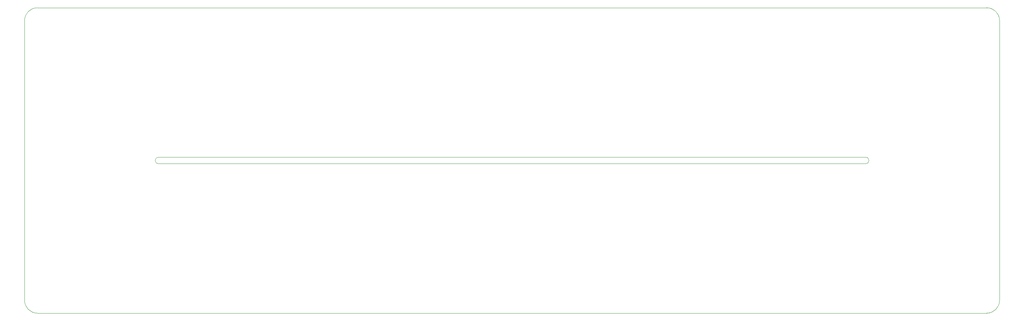
<source format=gm1>
G04 #@! TF.GenerationSoftware,KiCad,Pcbnew,5.1.10-88a1d61d58~90~ubuntu20.04.1*
G04 #@! TF.CreationDate,2022-03-06T19:10:03-08:00*
G04 #@! TF.ProjectId,WKL Minivan_KiCAD,574b4c20-4d69-46e6-9976-616e5f4b6943,rev?*
G04 #@! TF.SameCoordinates,Original*
G04 #@! TF.FileFunction,Profile,NP*
%FSLAX46Y46*%
G04 Gerber Fmt 4.6, Leading zero omitted, Abs format (unit mm)*
G04 Created by KiCad (PCBNEW 5.1.10-88a1d61d58~90~ubuntu20.04.1) date 2022-03-06 19:10:03*
%MOMM*%
%LPD*%
G01*
G04 APERTURE LIST*
G04 #@! TA.AperFunction,Profile*
%ADD10C,0.100000*%
G04 #@! TD*
G04 APERTURE END LIST*
D10*
X19843750Y-89662000D02*
G75*
G02*
X16668750Y-86487000I0J3175000D01*
G01*
X19843750Y-89662000D02*
X256381250Y-89662000D01*
X259556250Y-86487000D02*
G75*
G02*
X256381250Y-89662000I-3175000J0D01*
G01*
X16668750Y-16637000D02*
G75*
G02*
X19843750Y-13462000I3175000J0D01*
G01*
X256381250Y-13462000D02*
X19843750Y-13462000D01*
X256381250Y-13462000D02*
G75*
G02*
X259556250Y-16637000I0J-3175000D01*
G01*
X50006250Y-52355750D02*
G75*
G02*
X50006250Y-50768250I0J793750D01*
G01*
X226218750Y-50768250D02*
G75*
G02*
X226218750Y-52355750I0J-793750D01*
G01*
X50006250Y-52355750D02*
X226218750Y-52355750D01*
X226218750Y-50768250D02*
X50006250Y-50768250D01*
X259556250Y-86487000D02*
X259556250Y-16637000D01*
X16668750Y-16637000D02*
X16668750Y-86487000D01*
M02*

</source>
